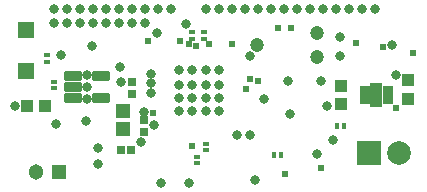
<source format=gbs>
G04*
G04 #@! TF.GenerationSoftware,Altium Limited,Altium Designer,19.1.5 (86)*
G04*
G04 Layer_Color=16711935*
%FSLAX25Y25*%
%MOIN*%
G70*
G01*
G75*
%ADD33R,0.01784X0.02178*%
%ADD35R,0.02178X0.01784*%
%ADD47R,0.05131X0.05131*%
%ADD48C,0.05131*%
%ADD49C,0.04702*%
%ADD50C,0.07887*%
%ADD51R,0.07887X0.07887*%
%ADD52C,0.03202*%
%ADD53C,0.02375*%
%ADD85R,0.03950X0.03950*%
%ADD86R,0.05328X0.05328*%
%ADD87R,0.03950X0.03950*%
%ADD88R,0.03556X0.01981*%
%ADD89R,0.04343X0.07887*%
%ADD90R,0.02769X0.02769*%
%ADD91R,0.04619X0.04737*%
%ADD92R,0.02926X0.03162*%
G04:AMPARAMS|DCode=93|XSize=31.62mil|YSize=61.15mil|CornerRadius=5.77mil|HoleSize=0mil|Usage=FLASHONLY|Rotation=90.000|XOffset=0mil|YOffset=0mil|HoleType=Round|Shape=RoundedRectangle|*
%AMROUNDEDRECTD93*
21,1,0.03162,0.04961,0,0,90.0*
21,1,0.02008,0.06115,0,0,90.0*
1,1,0.01154,0.02480,0.01004*
1,1,0.01154,0.02480,-0.01004*
1,1,0.01154,-0.02480,-0.01004*
1,1,0.01154,-0.02480,0.01004*
%
%ADD93ROUNDEDRECTD93*%
D33*
X92913Y13386D02*
D03*
X90748D02*
D03*
X113976Y23228D02*
D03*
X111811D02*
D03*
D35*
X15066Y46850D02*
D03*
Y44685D02*
D03*
X68110Y17323D02*
D03*
Y15157D02*
D03*
X64961Y12992D02*
D03*
Y10827D02*
D03*
X67323Y52362D02*
D03*
Y54527D02*
D03*
X63386Y52362D02*
D03*
Y54527D02*
D03*
X17323Y35827D02*
D03*
Y37992D02*
D03*
D47*
X19146Y7894D02*
D03*
D48*
X11272D02*
D03*
D49*
X105075Y46358D02*
D03*
Y54358D02*
D03*
X85075Y50358D02*
D03*
D50*
X132283Y14173D02*
D03*
D51*
X122283D02*
D03*
D52*
X51575Y54331D02*
D03*
X38976Y57480D02*
D03*
X47638Y57480D02*
D03*
X43307Y57480D02*
D03*
X34646Y57480D02*
D03*
X21654Y57480D02*
D03*
X30315Y57480D02*
D03*
X25984Y57480D02*
D03*
X17323Y57480D02*
D03*
X130051Y50275D02*
D03*
X96063Y27165D02*
D03*
X108268Y29921D02*
D03*
X110236Y18504D02*
D03*
X105118Y13780D02*
D03*
X131496Y40157D02*
D03*
X112598Y46457D02*
D03*
Y52756D02*
D03*
X82677Y46457D02*
D03*
X95276Y38189D02*
D03*
X106299D02*
D03*
X87402Y32283D02*
D03*
X124803Y31496D02*
D03*
Y35433D02*
D03*
X84252Y5118D02*
D03*
X82677Y20079D02*
D03*
X78347D02*
D03*
X61417Y57087D02*
D03*
X63386Y32677D02*
D03*
X46457Y17717D02*
D03*
X50787Y23622D02*
D03*
X31890Y10630D02*
D03*
Y15748D02*
D03*
X47244Y27953D02*
D03*
X49606Y34252D02*
D03*
Y37402D02*
D03*
X4331Y29921D02*
D03*
X27953Y24803D02*
D03*
X39764Y37795D02*
D03*
X19685Y46850D02*
D03*
X49606Y40551D02*
D03*
X39370Y42913D02*
D03*
X29921Y50000D02*
D03*
X18110Y24016D02*
D03*
X62205Y4331D02*
D03*
X53150D02*
D03*
X7874Y55118D02*
D03*
X17323Y62205D02*
D03*
X28346Y40157D02*
D03*
Y36220D02*
D03*
Y32283D02*
D03*
X25984Y62205D02*
D03*
X43307D02*
D03*
X124409Y62205D02*
D03*
X85433Y62205D02*
D03*
X89764D02*
D03*
X98425Y62205D02*
D03*
X94095D02*
D03*
X76772D02*
D03*
X81102D02*
D03*
X72441Y62205D02*
D03*
X68110D02*
D03*
X102756D02*
D03*
X107087D02*
D03*
X115748Y62205D02*
D03*
X111417D02*
D03*
X120079Y62205D02*
D03*
X56299Y62205D02*
D03*
X47638Y62205D02*
D03*
X51968D02*
D03*
X38976Y62205D02*
D03*
X30315Y62205D02*
D03*
X34646D02*
D03*
X21654Y62205D02*
D03*
X68110Y41732D02*
D03*
Y28346D02*
D03*
Y37008D02*
D03*
Y32677D02*
D03*
X63386Y41732D02*
D03*
Y28346D02*
D03*
Y37008D02*
D03*
X72441Y41732D02*
D03*
Y28346D02*
D03*
Y37008D02*
D03*
Y32677D02*
D03*
X59055D02*
D03*
Y37008D02*
D03*
Y28346D02*
D03*
Y41732D02*
D03*
D53*
X59449Y51575D02*
D03*
X82677Y38976D02*
D03*
X81496Y35433D02*
D03*
X68898Y50394D02*
D03*
X62254Y50443D02*
D03*
X50394Y27559D02*
D03*
X131496Y29134D02*
D03*
X137008Y47638D02*
D03*
X127165Y49606D02*
D03*
X85433Y38189D02*
D03*
X96457Y55905D02*
D03*
X118110Y50787D02*
D03*
X76772Y50394D02*
D03*
X92126Y55905D02*
D03*
X106299Y9055D02*
D03*
X94488Y7087D02*
D03*
X63386Y16535D02*
D03*
X64567Y50000D02*
D03*
X48819Y51575D02*
D03*
D85*
X14370Y29921D02*
D03*
X8268D02*
D03*
D86*
X8075Y55158D02*
D03*
Y41378D02*
D03*
D87*
X112992Y36614D02*
D03*
Y30512D02*
D03*
X135433Y32283D02*
D03*
Y38386D02*
D03*
D88*
X128740Y35433D02*
D03*
Y33465D02*
D03*
Y31496D02*
D03*
X120866D02*
D03*
Y33465D02*
D03*
Y35433D02*
D03*
D89*
X124803Y33465D02*
D03*
D90*
X47244Y25197D02*
D03*
Y21260D02*
D03*
X43307Y37795D02*
D03*
Y33858D02*
D03*
D91*
X40339Y28091D02*
D03*
Y22303D02*
D03*
D92*
X39575Y15216D02*
D03*
X42976D02*
D03*
D93*
X23681Y32480D02*
D03*
Y36220D02*
D03*
Y39961D02*
D03*
X33012D02*
D03*
Y32480D02*
D03*
M02*

</source>
